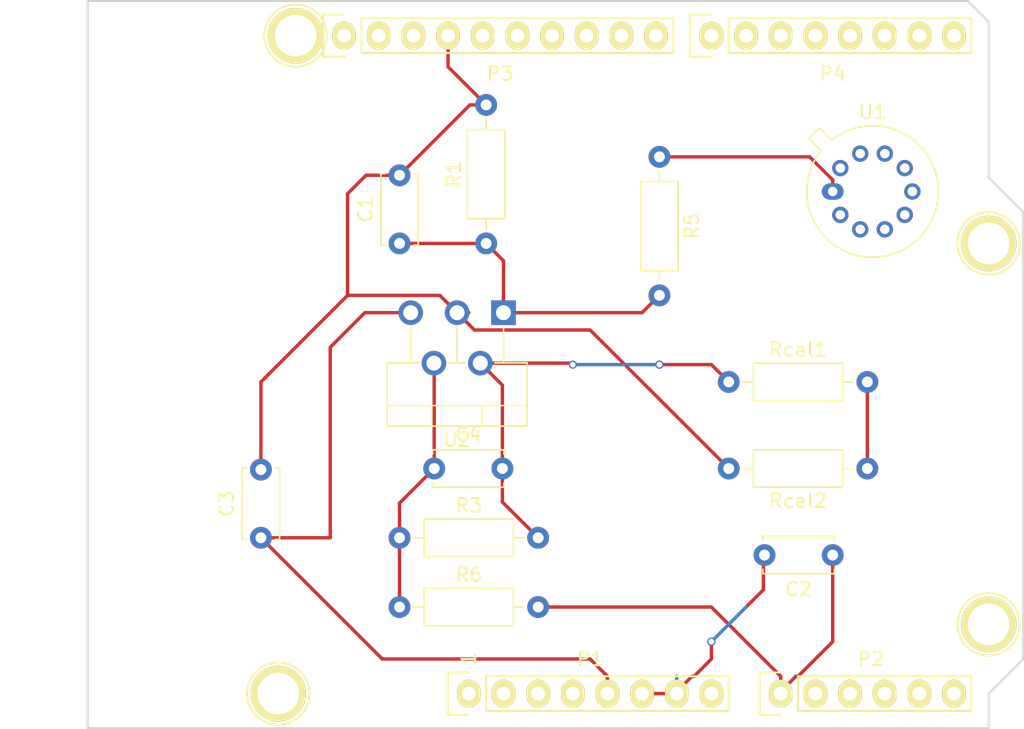
<source format=kicad_pcb>
(kicad_pcb (version 20171130) (host pcbnew 5.1.5-52549c5~84~ubuntu18.04.1)

  (general
    (thickness 1.6)
    (drawings 27)
    (tracks 75)
    (zones 0)
    (modules 20)
    (nets 8)
  )

  (page A4)
  (title_block
    (date "lun. 30 mars 2015")
  )

  (layers
    (0 F.Cu signal)
    (31 B.Cu signal)
    (32 B.Adhes user)
    (33 F.Adhes user)
    (34 B.Paste user)
    (35 F.Paste user)
    (36 B.SilkS user)
    (37 F.SilkS user)
    (38 B.Mask user)
    (39 F.Mask user)
    (40 Dwgs.User user)
    (41 Cmts.User user)
    (42 Eco1.User user)
    (43 Eco2.User user)
    (44 Edge.Cuts user)
    (45 Margin user)
    (46 B.CrtYd user)
    (47 F.CrtYd user)
    (48 B.Fab user)
    (49 F.Fab user)
  )

  (setup
    (last_trace_width 0.25)
    (user_trace_width 0.5)
    (trace_clearance 0.2)
    (zone_clearance 0.508)
    (zone_45_only no)
    (trace_min 0.2)
    (via_size 0.6)
    (via_drill 0.4)
    (via_min_size 0.4)
    (via_min_drill 0.3)
    (uvia_size 0.3)
    (uvia_drill 0.1)
    (uvias_allowed no)
    (uvia_min_size 0.2)
    (uvia_min_drill 0.1)
    (edge_width 0.15)
    (segment_width 0.15)
    (pcb_text_width 0.3)
    (pcb_text_size 1.5 1.5)
    (mod_edge_width 0.15)
    (mod_text_size 1 1)
    (mod_text_width 0.15)
    (pad_size 4.064 4.064)
    (pad_drill 3.048)
    (pad_to_mask_clearance 0)
    (aux_axis_origin 110.998 126.365)
    (grid_origin 110.998 126.365)
    (visible_elements FFFFFF7F)
    (pcbplotparams
      (layerselection 0x00030_80000001)
      (usegerberextensions false)
      (usegerberattributes false)
      (usegerberadvancedattributes false)
      (creategerberjobfile false)
      (excludeedgelayer true)
      (linewidth 0.100000)
      (plotframeref false)
      (viasonmask false)
      (mode 1)
      (useauxorigin false)
      (hpglpennumber 1)
      (hpglpenspeed 20)
      (hpglpendiameter 15.000000)
      (psnegative false)
      (psa4output false)
      (plotreference true)
      (plotvalue true)
      (plotinvisibletext false)
      (padsonsilk false)
      (subtractmaskfromsilk false)
      (outputformat 1)
      (mirror false)
      (drillshape 1)
      (scaleselection 1)
      (outputdirectory ""))
  )

  (net 0 "")
  (net 1 +5V)
  (net 2 GND)
  (net 3 "Net-(C1-Pad1)")
  (net 4 ANx.Arduino)
  (net 5 "Net-(C4-Pad2)")
  (net 6 "Net-(C4-Pad1)")
  (net 7 "Net-(Rcal1-Pad2)")

  (net_class Default "This is the default net class."
    (clearance 0.2)
    (trace_width 0.25)
    (via_dia 0.6)
    (via_drill 0.4)
    (uvia_dia 0.3)
    (uvia_drill 0.1)
    (add_net +5V)
    (add_net ANx.Arduino)
    (add_net GND)
    (add_net "Net-(C1-Pad1)")
    (add_net "Net-(C4-Pad1)")
    (add_net "Net-(C4-Pad2)")
    (add_net "Net-(Rcal1-Pad2)")
  )

  (module Package_TO_SOT_THT:TO-220-5_P3.4x3.7mm_StaggerOdd_Lead3.8mm_Vertical (layer F.Cu) (tedit 5AF05A31) (tstamp 5DF916F2)
    (at 141.478 95.885 180)
    (descr "TO-220-5, Vertical, RM 1.7mm, Pentawatt, Multiwatt-5, staggered type-1, see http://www.analog.com/media/en/package-pcb-resources/package/pkg_pdf/ltc-legacy-to-220/to-220_5_05-08-1421.pdf?domain=www.linear.com, https://www.diodes.com/assets/Package-Files/TO220-5.pdf")
    (tags "TO-220-5 Vertical RM 1.7mm Pentawatt Multiwatt-5 staggered type-1")
    (path /5DFE907D)
    (fp_text reference U2 (at 3.4 -9.32) (layer F.SilkS)
      (effects (font (size 1 1) (thickness 0.15)))
    )
    (fp_text value LM1875 (at 3.4 2.15) (layer F.Fab)
      (effects (font (size 1 1) (thickness 0.15)))
    )
    (fp_text user %R (at 3.4 -9.32) (layer F.Fab)
      (effects (font (size 1 1) (thickness 0.15)))
    )
    (fp_line (start 8.65 -8.45) (end -1.85 -8.45) (layer F.CrtYd) (width 0.05))
    (fp_line (start 8.65 1.15) (end 8.65 -8.45) (layer F.CrtYd) (width 0.05))
    (fp_line (start -1.85 1.15) (end 8.65 1.15) (layer F.CrtYd) (width 0.05))
    (fp_line (start -1.85 -8.45) (end -1.85 1.15) (layer F.CrtYd) (width 0.05))
    (fp_line (start 6.8 -3.679) (end 6.8 -1.065) (layer F.SilkS) (width 0.12))
    (fp_line (start 3.4 -3.679) (end 3.4 -1.065) (layer F.SilkS) (width 0.12))
    (fp_line (start 0 -3.679) (end 0 -1.049) (layer F.SilkS) (width 0.12))
    (fp_line (start 5.25 -8.32) (end 5.25 -6.811) (layer F.SilkS) (width 0.12))
    (fp_line (start 1.55 -8.32) (end 1.55 -6.811) (layer F.SilkS) (width 0.12))
    (fp_line (start -1.721 -6.811) (end 8.52 -6.811) (layer F.SilkS) (width 0.12))
    (fp_line (start 8.52 -8.32) (end 8.52 -3.679) (layer F.SilkS) (width 0.12))
    (fp_line (start -1.721 -8.32) (end -1.721 -3.679) (layer F.SilkS) (width 0.12))
    (fp_line (start 6.165 -3.679) (end 8.52 -3.679) (layer F.SilkS) (width 0.12))
    (fp_line (start 2.765 -3.679) (end 4.035 -3.679) (layer F.SilkS) (width 0.12))
    (fp_line (start -1.721 -3.679) (end 0.635 -3.679) (layer F.SilkS) (width 0.12))
    (fp_line (start -1.721 -8.32) (end 8.52 -8.32) (layer F.SilkS) (width 0.12))
    (fp_line (start 6.8 -3.8) (end 6.8 0) (layer F.Fab) (width 0.1))
    (fp_line (start 5.1 -3.8) (end 5.1 -3.7) (layer F.Fab) (width 0.1))
    (fp_line (start 3.4 -3.8) (end 3.4 0) (layer F.Fab) (width 0.1))
    (fp_line (start 1.7 -3.8) (end 1.7 -3.7) (layer F.Fab) (width 0.1))
    (fp_line (start 0 -3.8) (end 0 0) (layer F.Fab) (width 0.1))
    (fp_line (start 5.25 -8.2) (end 5.25 -6.93) (layer F.Fab) (width 0.1))
    (fp_line (start 1.55 -8.2) (end 1.55 -6.93) (layer F.Fab) (width 0.1))
    (fp_line (start -1.6 -6.93) (end 8.4 -6.93) (layer F.Fab) (width 0.1))
    (fp_line (start 8.4 -8.2) (end -1.6 -8.2) (layer F.Fab) (width 0.1))
    (fp_line (start 8.4 -3.8) (end 8.4 -8.2) (layer F.Fab) (width 0.1))
    (fp_line (start -1.6 -3.8) (end 8.4 -3.8) (layer F.Fab) (width 0.1))
    (fp_line (start -1.6 -8.2) (end -1.6 -3.8) (layer F.Fab) (width 0.1))
    (pad 5 thru_hole oval (at 6.8 0 180) (size 1.8 1.8) (drill 1.1) (layers *.Cu *.Mask)
      (net 1 +5V))
    (pad 4 thru_hole oval (at 5.1 -3.7 180) (size 1.8 1.8) (drill 1.1) (layers *.Cu *.Mask)
      (net 6 "Net-(C4-Pad1)"))
    (pad 3 thru_hole oval (at 3.4 0 180) (size 1.8 1.8) (drill 1.1) (layers *.Cu *.Mask)
      (net 2 GND))
    (pad 2 thru_hole oval (at 1.7 -3.7 180) (size 1.8 1.8) (drill 1.1) (layers *.Cu *.Mask)
      (net 5 "Net-(C4-Pad2)"))
    (pad 1 thru_hole rect (at 0 0 180) (size 1.8 1.8) (drill 1.1) (layers *.Cu *.Mask)
      (net 3 "Net-(C1-Pad1)"))
    (model ${KISYS3DMOD}/Package_TO_SOT_THT.3dshapes/TO-220-5_P3.4x3.7mm_StaggerOdd_Lead3.8mm_Vertical.wrl
      (at (xyz 0 0 0))
      (scale (xyz 1 1 1))
      (rotate (xyz 0 0 0))
    )
  )

  (module Package_TO_SOT_THT:TO-5-10 (layer F.Cu) (tedit 5A02FF81) (tstamp 5DF916CC)
    (at 165.608 86.995)
    (descr TO-5-10)
    (tags TO-5-10)
    (path /5DFA8349)
    (fp_text reference U1 (at 2.92 -5.82) (layer F.SilkS)
      (effects (font (size 1 1) (thickness 0.15)))
    )
    (fp_text value GasAIME (at 2.92 5.82) (layer F.Fab)
      (effects (font (size 1 1) (thickness 0.15)))
    )
    (fp_arc (start 2.92 0) (end -0.077084 -3.774902) (angle 346.9) (layer F.SilkS) (width 0.12))
    (fp_arc (start 2.92 0) (end -0.085408 -3.61352) (angle 349.5) (layer F.Fab) (width 0.1))
    (fp_circle (center 2.92 0) (end 7.17 0) (layer F.Fab) (width 0.1))
    (fp_line (start 7.87 -4.95) (end -2.04 -4.95) (layer F.CrtYd) (width 0.05))
    (fp_line (start 7.87 4.95) (end 7.87 -4.95) (layer F.CrtYd) (width 0.05))
    (fp_line (start -2.04 4.95) (end 7.87 4.95) (layer F.CrtYd) (width 0.05))
    (fp_line (start -2.04 -4.95) (end -2.04 4.95) (layer F.CrtYd) (width 0.05))
    (fp_line (start -1.745856 -3.888039) (end -0.854902 -2.997084) (layer F.SilkS) (width 0.12))
    (fp_line (start -0.968039 -4.665856) (end -1.745856 -3.888039) (layer F.SilkS) (width 0.12))
    (fp_line (start -0.077084 -3.774902) (end -0.968039 -4.665856) (layer F.SilkS) (width 0.12))
    (fp_line (start -1.499621 -3.81151) (end -0.69352 -3.005408) (layer F.Fab) (width 0.1))
    (fp_line (start -0.89151 -4.419621) (end -1.499621 -3.81151) (layer F.Fab) (width 0.1))
    (fp_line (start -0.085408 -3.61352) (end -0.89151 -4.419621) (layer F.Fab) (width 0.1))
    (fp_text user %R (at 2.92 -5.82) (layer F.Fab)
      (effects (font (size 1 1) (thickness 0.15)))
    )
    (pad 10 thru_hole oval (at 0.55767 -1.716333) (size 1.2 1.2) (drill 0.7) (layers *.Cu *.Mask))
    (pad 9 thru_hole oval (at 2.01767 -2.777085) (size 1.2 1.2) (drill 0.7) (layers *.Cu *.Mask))
    (pad 8 thru_hole oval (at 3.82233 -2.777085) (size 1.2 1.2) (drill 0.7) (layers *.Cu *.Mask))
    (pad 7 thru_hole oval (at 5.28233 -1.716333) (size 1.2 1.2) (drill 0.7) (layers *.Cu *.Mask))
    (pad 6 thru_hole oval (at 5.84 0) (size 1.2 1.2) (drill 0.7) (layers *.Cu *.Mask))
    (pad 5 thru_hole oval (at 5.28233 1.716333) (size 1.2 1.2) (drill 0.7) (layers *.Cu *.Mask))
    (pad 4 thru_hole oval (at 3.82233 2.777085) (size 1.2 1.2) (drill 0.7) (layers *.Cu *.Mask))
    (pad 3 thru_hole oval (at 2.01767 2.777085) (size 1.2 1.2) (drill 0.7) (layers *.Cu *.Mask))
    (pad 2 thru_hole oval (at 0.55767 1.716333) (size 1.2 1.2) (drill 0.7) (layers *.Cu *.Mask))
    (pad 1 thru_hole oval (at 0 0) (size 1.6 1.2) (drill 0.7) (layers *.Cu *.Mask))
    (model ${KISYS3DMOD}/Package_TO_SOT_THT.3dshapes/TO-5-10.wrl
      (at (xyz 0 0 0))
      (scale (xyz 1 1 1))
      (rotate (xyz 0 0 0))
    )
  )

  (module Resistor_THT:R_Axial_DIN0207_L6.3mm_D2.5mm_P10.16mm_Horizontal (layer F.Cu) (tedit 5AE5139B) (tstamp 5DF916B0)
    (at 168.148 107.315 180)
    (descr "Resistor, Axial_DIN0207 series, Axial, Horizontal, pin pitch=10.16mm, 0.25W = 1/4W, length*diameter=6.3*2.5mm^2, http://cdn-reichelt.de/documents/datenblatt/B400/1_4W%23YAG.pdf")
    (tags "Resistor Axial_DIN0207 series Axial Horizontal pin pitch 10.16mm 0.25W = 1/4W length 6.3mm diameter 2.5mm")
    (path /5DFEE007)
    (fp_text reference Rcal2 (at 5.08 -2.37) (layer F.SilkS)
      (effects (font (size 1 1) (thickness 0.15)))
    )
    (fp_text value 100k (at 5.08 2.37) (layer F.Fab)
      (effects (font (size 1 1) (thickness 0.15)))
    )
    (fp_text user %R (at 5.08 0) (layer F.Fab)
      (effects (font (size 1 1) (thickness 0.15)))
    )
    (fp_line (start 11.21 -1.5) (end -1.05 -1.5) (layer F.CrtYd) (width 0.05))
    (fp_line (start 11.21 1.5) (end 11.21 -1.5) (layer F.CrtYd) (width 0.05))
    (fp_line (start -1.05 1.5) (end 11.21 1.5) (layer F.CrtYd) (width 0.05))
    (fp_line (start -1.05 -1.5) (end -1.05 1.5) (layer F.CrtYd) (width 0.05))
    (fp_line (start 9.12 0) (end 8.35 0) (layer F.SilkS) (width 0.12))
    (fp_line (start 1.04 0) (end 1.81 0) (layer F.SilkS) (width 0.12))
    (fp_line (start 8.35 -1.37) (end 1.81 -1.37) (layer F.SilkS) (width 0.12))
    (fp_line (start 8.35 1.37) (end 8.35 -1.37) (layer F.SilkS) (width 0.12))
    (fp_line (start 1.81 1.37) (end 8.35 1.37) (layer F.SilkS) (width 0.12))
    (fp_line (start 1.81 -1.37) (end 1.81 1.37) (layer F.SilkS) (width 0.12))
    (fp_line (start 10.16 0) (end 8.23 0) (layer F.Fab) (width 0.1))
    (fp_line (start 0 0) (end 1.93 0) (layer F.Fab) (width 0.1))
    (fp_line (start 8.23 -1.25) (end 1.93 -1.25) (layer F.Fab) (width 0.1))
    (fp_line (start 8.23 1.25) (end 8.23 -1.25) (layer F.Fab) (width 0.1))
    (fp_line (start 1.93 1.25) (end 8.23 1.25) (layer F.Fab) (width 0.1))
    (fp_line (start 1.93 -1.25) (end 1.93 1.25) (layer F.Fab) (width 0.1))
    (pad 2 thru_hole oval (at 10.16 0 180) (size 1.6 1.6) (drill 0.8) (layers *.Cu *.Mask)
      (net 2 GND))
    (pad 1 thru_hole circle (at 0 0 180) (size 1.6 1.6) (drill 0.8) (layers *.Cu *.Mask)
      (net 7 "Net-(Rcal1-Pad2)"))
    (model ${KISYS3DMOD}/Resistor_THT.3dshapes/R_Axial_DIN0207_L6.3mm_D2.5mm_P10.16mm_Horizontal.wrl
      (at (xyz 0 0 0))
      (scale (xyz 1 1 1))
      (rotate (xyz 0 0 0))
    )
  )

  (module Resistor_THT:R_Axial_DIN0207_L6.3mm_D2.5mm_P10.16mm_Horizontal (layer F.Cu) (tedit 5AE5139B) (tstamp 5DF91699)
    (at 157.988 100.965)
    (descr "Resistor, Axial_DIN0207 series, Axial, Horizontal, pin pitch=10.16mm, 0.25W = 1/4W, length*diameter=6.3*2.5mm^2, http://cdn-reichelt.de/documents/datenblatt/B400/1_4W%23YAG.pdf")
    (tags "Resistor Axial_DIN0207 series Axial Horizontal pin pitch 10.16mm 0.25W = 1/4W length 6.3mm diameter 2.5mm")
    (path /5DFECC7C)
    (fp_text reference Rcal1 (at 5.08 -2.37) (layer F.SilkS)
      (effects (font (size 1 1) (thickness 0.15)))
    )
    (fp_text value 100k (at 5.08 2.37) (layer F.Fab)
      (effects (font (size 1 1) (thickness 0.15)))
    )
    (fp_text user %R (at 5.08 0 180) (layer F.Fab)
      (effects (font (size 1 1) (thickness 0.15)))
    )
    (fp_line (start 11.21 -1.5) (end -1.05 -1.5) (layer F.CrtYd) (width 0.05))
    (fp_line (start 11.21 1.5) (end 11.21 -1.5) (layer F.CrtYd) (width 0.05))
    (fp_line (start -1.05 1.5) (end 11.21 1.5) (layer F.CrtYd) (width 0.05))
    (fp_line (start -1.05 -1.5) (end -1.05 1.5) (layer F.CrtYd) (width 0.05))
    (fp_line (start 9.12 0) (end 8.35 0) (layer F.SilkS) (width 0.12))
    (fp_line (start 1.04 0) (end 1.81 0) (layer F.SilkS) (width 0.12))
    (fp_line (start 8.35 -1.37) (end 1.81 -1.37) (layer F.SilkS) (width 0.12))
    (fp_line (start 8.35 1.37) (end 8.35 -1.37) (layer F.SilkS) (width 0.12))
    (fp_line (start 1.81 1.37) (end 8.35 1.37) (layer F.SilkS) (width 0.12))
    (fp_line (start 1.81 -1.37) (end 1.81 1.37) (layer F.SilkS) (width 0.12))
    (fp_line (start 10.16 0) (end 8.23 0) (layer F.Fab) (width 0.1))
    (fp_line (start 0 0) (end 1.93 0) (layer F.Fab) (width 0.1))
    (fp_line (start 8.23 -1.25) (end 1.93 -1.25) (layer F.Fab) (width 0.1))
    (fp_line (start 8.23 1.25) (end 8.23 -1.25) (layer F.Fab) (width 0.1))
    (fp_line (start 1.93 1.25) (end 8.23 1.25) (layer F.Fab) (width 0.1))
    (fp_line (start 1.93 -1.25) (end 1.93 1.25) (layer F.Fab) (width 0.1))
    (pad 2 thru_hole oval (at 10.16 0) (size 1.6 1.6) (drill 0.8) (layers *.Cu *.Mask)
      (net 7 "Net-(Rcal1-Pad2)"))
    (pad 1 thru_hole circle (at 0 0) (size 1.6 1.6) (drill 0.8) (layers *.Cu *.Mask)
      (net 5 "Net-(C4-Pad2)"))
    (model ${KISYS3DMOD}/Resistor_THT.3dshapes/R_Axial_DIN0207_L6.3mm_D2.5mm_P10.16mm_Horizontal.wrl
      (at (xyz 0 0 0))
      (scale (xyz 1 1 1))
      (rotate (xyz 0 0 0))
    )
  )

  (module Resistor_THT:R_Axial_DIN0207_L6.3mm_D2.5mm_P10.16mm_Horizontal (layer F.Cu) (tedit 5AE5139B) (tstamp 5DF91682)
    (at 133.858 117.475)
    (descr "Resistor, Axial_DIN0207 series, Axial, Horizontal, pin pitch=10.16mm, 0.25W = 1/4W, length*diameter=6.3*2.5mm^2, http://cdn-reichelt.de/documents/datenblatt/B400/1_4W%23YAG.pdf")
    (tags "Resistor Axial_DIN0207 series Axial Horizontal pin pitch 10.16mm 0.25W = 1/4W length 6.3mm diameter 2.5mm")
    (path /5E0295B3)
    (fp_text reference R6 (at 5.08 -2.37) (layer F.SilkS)
      (effects (font (size 1 1) (thickness 0.15)))
    )
    (fp_text value 1k (at 5.08 2.37) (layer F.Fab)
      (effects (font (size 1 1) (thickness 0.15)))
    )
    (fp_text user %R (at 5.08 0) (layer F.Fab)
      (effects (font (size 1 1) (thickness 0.15)))
    )
    (fp_line (start 11.21 -1.5) (end -1.05 -1.5) (layer F.CrtYd) (width 0.05))
    (fp_line (start 11.21 1.5) (end 11.21 -1.5) (layer F.CrtYd) (width 0.05))
    (fp_line (start -1.05 1.5) (end 11.21 1.5) (layer F.CrtYd) (width 0.05))
    (fp_line (start -1.05 -1.5) (end -1.05 1.5) (layer F.CrtYd) (width 0.05))
    (fp_line (start 9.12 0) (end 8.35 0) (layer F.SilkS) (width 0.12))
    (fp_line (start 1.04 0) (end 1.81 0) (layer F.SilkS) (width 0.12))
    (fp_line (start 8.35 -1.37) (end 1.81 -1.37) (layer F.SilkS) (width 0.12))
    (fp_line (start 8.35 1.37) (end 8.35 -1.37) (layer F.SilkS) (width 0.12))
    (fp_line (start 1.81 1.37) (end 8.35 1.37) (layer F.SilkS) (width 0.12))
    (fp_line (start 1.81 -1.37) (end 1.81 1.37) (layer F.SilkS) (width 0.12))
    (fp_line (start 10.16 0) (end 8.23 0) (layer F.Fab) (width 0.1))
    (fp_line (start 0 0) (end 1.93 0) (layer F.Fab) (width 0.1))
    (fp_line (start 8.23 -1.25) (end 1.93 -1.25) (layer F.Fab) (width 0.1))
    (fp_line (start 8.23 1.25) (end 8.23 -1.25) (layer F.Fab) (width 0.1))
    (fp_line (start 1.93 1.25) (end 8.23 1.25) (layer F.Fab) (width 0.1))
    (fp_line (start 1.93 -1.25) (end 1.93 1.25) (layer F.Fab) (width 0.1))
    (pad 2 thru_hole oval (at 10.16 0) (size 1.6 1.6) (drill 0.8) (layers *.Cu *.Mask)
      (net 4 ANx.Arduino))
    (pad 1 thru_hole circle (at 0 0) (size 1.6 1.6) (drill 0.8) (layers *.Cu *.Mask)
      (net 6 "Net-(C4-Pad1)"))
    (model ${KISYS3DMOD}/Resistor_THT.3dshapes/R_Axial_DIN0207_L6.3mm_D2.5mm_P10.16mm_Horizontal.wrl
      (at (xyz 0 0 0))
      (scale (xyz 1 1 1))
      (rotate (xyz 0 0 0))
    )
  )

  (module Resistor_THT:R_Axial_DIN0207_L6.3mm_D2.5mm_P10.16mm_Horizontal (layer F.Cu) (tedit 5AE5139B) (tstamp 5DF9166B)
    (at 152.908 84.455 270)
    (descr "Resistor, Axial_DIN0207 series, Axial, Horizontal, pin pitch=10.16mm, 0.25W = 1/4W, length*diameter=6.3*2.5mm^2, http://cdn-reichelt.de/documents/datenblatt/B400/1_4W%23YAG.pdf")
    (tags "Resistor Axial_DIN0207 series Axial Horizontal pin pitch 10.16mm 0.25W = 1/4W length 6.3mm diameter 2.5mm")
    (path /5DFFBD6E)
    (fp_text reference R5 (at 5.08 -2.37 90) (layer F.SilkS)
      (effects (font (size 1 1) (thickness 0.15)))
    )
    (fp_text value 10k (at 5.08 2.37 90) (layer F.Fab)
      (effects (font (size 1 1) (thickness 0.15)))
    )
    (fp_text user %R (at 5.08 0 90) (layer F.Fab)
      (effects (font (size 1 1) (thickness 0.15)))
    )
    (fp_line (start 11.21 -1.5) (end -1.05 -1.5) (layer F.CrtYd) (width 0.05))
    (fp_line (start 11.21 1.5) (end 11.21 -1.5) (layer F.CrtYd) (width 0.05))
    (fp_line (start -1.05 1.5) (end 11.21 1.5) (layer F.CrtYd) (width 0.05))
    (fp_line (start -1.05 -1.5) (end -1.05 1.5) (layer F.CrtYd) (width 0.05))
    (fp_line (start 9.12 0) (end 8.35 0) (layer F.SilkS) (width 0.12))
    (fp_line (start 1.04 0) (end 1.81 0) (layer F.SilkS) (width 0.12))
    (fp_line (start 8.35 -1.37) (end 1.81 -1.37) (layer F.SilkS) (width 0.12))
    (fp_line (start 8.35 1.37) (end 8.35 -1.37) (layer F.SilkS) (width 0.12))
    (fp_line (start 1.81 1.37) (end 8.35 1.37) (layer F.SilkS) (width 0.12))
    (fp_line (start 1.81 -1.37) (end 1.81 1.37) (layer F.SilkS) (width 0.12))
    (fp_line (start 10.16 0) (end 8.23 0) (layer F.Fab) (width 0.1))
    (fp_line (start 0 0) (end 1.93 0) (layer F.Fab) (width 0.1))
    (fp_line (start 8.23 -1.25) (end 1.93 -1.25) (layer F.Fab) (width 0.1))
    (fp_line (start 8.23 1.25) (end 8.23 -1.25) (layer F.Fab) (width 0.1))
    (fp_line (start 1.93 1.25) (end 8.23 1.25) (layer F.Fab) (width 0.1))
    (fp_line (start 1.93 -1.25) (end 1.93 1.25) (layer F.Fab) (width 0.1))
    (pad 2 thru_hole oval (at 10.16 0 270) (size 1.6 1.6) (drill 0.8) (layers *.Cu *.Mask)
      (net 3 "Net-(C1-Pad1)"))
    (pad 1 thru_hole circle (at 0 0 270) (size 1.6 1.6) (drill 0.8) (layers *.Cu *.Mask))
    (model ${KISYS3DMOD}/Resistor_THT.3dshapes/R_Axial_DIN0207_L6.3mm_D2.5mm_P10.16mm_Horizontal.wrl
      (at (xyz 0 0 0))
      (scale (xyz 1 1 1))
      (rotate (xyz 0 0 0))
    )
  )

  (module Resistor_THT:R_Axial_DIN0207_L6.3mm_D2.5mm_P10.16mm_Horizontal (layer F.Cu) (tedit 5AE5139B) (tstamp 5DF91654)
    (at 133.858 112.395)
    (descr "Resistor, Axial_DIN0207 series, Axial, Horizontal, pin pitch=10.16mm, 0.25W = 1/4W, length*diameter=6.3*2.5mm^2, http://cdn-reichelt.de/documents/datenblatt/B400/1_4W%23YAG.pdf")
    (tags "Resistor Axial_DIN0207 series Axial Horizontal pin pitch 10.16mm 0.25W = 1/4W length 6.3mm diameter 2.5mm")
    (path /5DFEA620)
    (fp_text reference R3 (at 5.08 -2.37) (layer F.SilkS)
      (effects (font (size 1 1) (thickness 0.15)))
    )
    (fp_text value 100k (at 5.08 2.37) (layer F.Fab)
      (effects (font (size 1 1) (thickness 0.15)))
    )
    (fp_text user %R (at 5.08 0) (layer F.Fab)
      (effects (font (size 1 1) (thickness 0.15)))
    )
    (fp_line (start 11.21 -1.5) (end -1.05 -1.5) (layer F.CrtYd) (width 0.05))
    (fp_line (start 11.21 1.5) (end 11.21 -1.5) (layer F.CrtYd) (width 0.05))
    (fp_line (start -1.05 1.5) (end 11.21 1.5) (layer F.CrtYd) (width 0.05))
    (fp_line (start -1.05 -1.5) (end -1.05 1.5) (layer F.CrtYd) (width 0.05))
    (fp_line (start 9.12 0) (end 8.35 0) (layer F.SilkS) (width 0.12))
    (fp_line (start 1.04 0) (end 1.81 0) (layer F.SilkS) (width 0.12))
    (fp_line (start 8.35 -1.37) (end 1.81 -1.37) (layer F.SilkS) (width 0.12))
    (fp_line (start 8.35 1.37) (end 8.35 -1.37) (layer F.SilkS) (width 0.12))
    (fp_line (start 1.81 1.37) (end 8.35 1.37) (layer F.SilkS) (width 0.12))
    (fp_line (start 1.81 -1.37) (end 1.81 1.37) (layer F.SilkS) (width 0.12))
    (fp_line (start 10.16 0) (end 8.23 0) (layer F.Fab) (width 0.1))
    (fp_line (start 0 0) (end 1.93 0) (layer F.Fab) (width 0.1))
    (fp_line (start 8.23 -1.25) (end 1.93 -1.25) (layer F.Fab) (width 0.1))
    (fp_line (start 8.23 1.25) (end 8.23 -1.25) (layer F.Fab) (width 0.1))
    (fp_line (start 1.93 1.25) (end 8.23 1.25) (layer F.Fab) (width 0.1))
    (fp_line (start 1.93 -1.25) (end 1.93 1.25) (layer F.Fab) (width 0.1))
    (pad 2 thru_hole oval (at 10.16 0) (size 1.6 1.6) (drill 0.8) (layers *.Cu *.Mask)
      (net 5 "Net-(C4-Pad2)"))
    (pad 1 thru_hole circle (at 0 0) (size 1.6 1.6) (drill 0.8) (layers *.Cu *.Mask)
      (net 6 "Net-(C4-Pad1)"))
    (model ${KISYS3DMOD}/Resistor_THT.3dshapes/R_Axial_DIN0207_L6.3mm_D2.5mm_P10.16mm_Horizontal.wrl
      (at (xyz 0 0 0))
      (scale (xyz 1 1 1))
      (rotate (xyz 0 0 0))
    )
  )

  (module Resistor_THT:R_Axial_DIN0207_L6.3mm_D2.5mm_P10.16mm_Horizontal (layer F.Cu) (tedit 5AE5139B) (tstamp 5DF9163D)
    (at 140.208 90.805 90)
    (descr "Resistor, Axial_DIN0207 series, Axial, Horizontal, pin pitch=10.16mm, 0.25W = 1/4W, length*diameter=6.3*2.5mm^2, http://cdn-reichelt.de/documents/datenblatt/B400/1_4W%23YAG.pdf")
    (tags "Resistor Axial_DIN0207 series Axial Horizontal pin pitch 10.16mm 0.25W = 1/4W length 6.3mm diameter 2.5mm")
    (path /5E004A85)
    (fp_text reference R1 (at 5.08 -2.37 90) (layer F.SilkS)
      (effects (font (size 1 1) (thickness 0.15)))
    )
    (fp_text value 100k (at 5.08 2.37 90) (layer F.Fab)
      (effects (font (size 1 1) (thickness 0.15)))
    )
    (fp_text user %R (at 5.08 0 90) (layer F.Fab)
      (effects (font (size 1 1) (thickness 0.15)))
    )
    (fp_line (start 11.21 -1.5) (end -1.05 -1.5) (layer F.CrtYd) (width 0.05))
    (fp_line (start 11.21 1.5) (end 11.21 -1.5) (layer F.CrtYd) (width 0.05))
    (fp_line (start -1.05 1.5) (end 11.21 1.5) (layer F.CrtYd) (width 0.05))
    (fp_line (start -1.05 -1.5) (end -1.05 1.5) (layer F.CrtYd) (width 0.05))
    (fp_line (start 9.12 0) (end 8.35 0) (layer F.SilkS) (width 0.12))
    (fp_line (start 1.04 0) (end 1.81 0) (layer F.SilkS) (width 0.12))
    (fp_line (start 8.35 -1.37) (end 1.81 -1.37) (layer F.SilkS) (width 0.12))
    (fp_line (start 8.35 1.37) (end 8.35 -1.37) (layer F.SilkS) (width 0.12))
    (fp_line (start 1.81 1.37) (end 8.35 1.37) (layer F.SilkS) (width 0.12))
    (fp_line (start 1.81 -1.37) (end 1.81 1.37) (layer F.SilkS) (width 0.12))
    (fp_line (start 10.16 0) (end 8.23 0) (layer F.Fab) (width 0.1))
    (fp_line (start 0 0) (end 1.93 0) (layer F.Fab) (width 0.1))
    (fp_line (start 8.23 -1.25) (end 1.93 -1.25) (layer F.Fab) (width 0.1))
    (fp_line (start 8.23 1.25) (end 8.23 -1.25) (layer F.Fab) (width 0.1))
    (fp_line (start 1.93 1.25) (end 8.23 1.25) (layer F.Fab) (width 0.1))
    (fp_line (start 1.93 -1.25) (end 1.93 1.25) (layer F.Fab) (width 0.1))
    (pad 2 thru_hole oval (at 10.16 0 90) (size 1.6 1.6) (drill 0.8) (layers *.Cu *.Mask)
      (net 2 GND))
    (pad 1 thru_hole circle (at 0 0 90) (size 1.6 1.6) (drill 0.8) (layers *.Cu *.Mask)
      (net 3 "Net-(C1-Pad1)"))
    (model ${KISYS3DMOD}/Resistor_THT.3dshapes/R_Axial_DIN0207_L6.3mm_D2.5mm_P10.16mm_Horizontal.wrl
      (at (xyz 0 0 0))
      (scale (xyz 1 1 1))
      (rotate (xyz 0 0 0))
    )
  )

  (module Capacitor_THT:C_Disc_D5.0mm_W2.5mm_P5.00mm (layer F.Cu) (tedit 5AE50EF0) (tstamp 5DF9154E)
    (at 136.398 107.315)
    (descr "C, Disc series, Radial, pin pitch=5.00mm, , diameter*width=5*2.5mm^2, Capacitor, http://cdn-reichelt.de/documents/datenblatt/B300/DS_KERKO_TC.pdf")
    (tags "C Disc series Radial pin pitch 5.00mm  diameter 5mm width 2.5mm Capacitor")
    (path /5E022C82)
    (fp_text reference C4 (at 2.5 -2.5) (layer F.SilkS)
      (effects (font (size 1 1) (thickness 0.15)))
    )
    (fp_text value 1u (at 2.5 2.5) (layer F.Fab)
      (effects (font (size 1 1) (thickness 0.15)))
    )
    (fp_text user %R (at 2.5 0) (layer F.Fab)
      (effects (font (size 1 1) (thickness 0.15)))
    )
    (fp_line (start 6.05 -1.5) (end -1.05 -1.5) (layer F.CrtYd) (width 0.05))
    (fp_line (start 6.05 1.5) (end 6.05 -1.5) (layer F.CrtYd) (width 0.05))
    (fp_line (start -1.05 1.5) (end 6.05 1.5) (layer F.CrtYd) (width 0.05))
    (fp_line (start -1.05 -1.5) (end -1.05 1.5) (layer F.CrtYd) (width 0.05))
    (fp_line (start 5.12 1.055) (end 5.12 1.37) (layer F.SilkS) (width 0.12))
    (fp_line (start 5.12 -1.37) (end 5.12 -1.055) (layer F.SilkS) (width 0.12))
    (fp_line (start -0.12 1.055) (end -0.12 1.37) (layer F.SilkS) (width 0.12))
    (fp_line (start -0.12 -1.37) (end -0.12 -1.055) (layer F.SilkS) (width 0.12))
    (fp_line (start -0.12 1.37) (end 5.12 1.37) (layer F.SilkS) (width 0.12))
    (fp_line (start -0.12 -1.37) (end 5.12 -1.37) (layer F.SilkS) (width 0.12))
    (fp_line (start 5 -1.25) (end 0 -1.25) (layer F.Fab) (width 0.1))
    (fp_line (start 5 1.25) (end 5 -1.25) (layer F.Fab) (width 0.1))
    (fp_line (start 0 1.25) (end 5 1.25) (layer F.Fab) (width 0.1))
    (fp_line (start 0 -1.25) (end 0 1.25) (layer F.Fab) (width 0.1))
    (pad 2 thru_hole circle (at 5 0) (size 1.6 1.6) (drill 0.8) (layers *.Cu *.Mask)
      (net 5 "Net-(C4-Pad2)"))
    (pad 1 thru_hole circle (at 0 0) (size 1.6 1.6) (drill 0.8) (layers *.Cu *.Mask)
      (net 6 "Net-(C4-Pad1)"))
    (model ${KISYS3DMOD}/Capacitor_THT.3dshapes/C_Disc_D5.0mm_W2.5mm_P5.00mm.wrl
      (at (xyz 0 0 0))
      (scale (xyz 1 1 1))
      (rotate (xyz 0 0 0))
    )
  )

  (module Capacitor_THT:C_Disc_D5.0mm_W2.5mm_P5.00mm (layer F.Cu) (tedit 5AE50EF0) (tstamp 5DF91539)
    (at 123.698 112.395 90)
    (descr "C, Disc series, Radial, pin pitch=5.00mm, , diameter*width=5*2.5mm^2, Capacitor, http://cdn-reichelt.de/documents/datenblatt/B300/DS_KERKO_TC.pdf")
    (tags "C Disc series Radial pin pitch 5.00mm  diameter 5mm width 2.5mm Capacitor")
    (path /5E03CE98)
    (fp_text reference C3 (at 2.5 -2.5 90) (layer F.SilkS)
      (effects (font (size 1 1) (thickness 0.15)))
    )
    (fp_text value 100n (at 2.5 2.5 90) (layer F.Fab)
      (effects (font (size 1 1) (thickness 0.15)))
    )
    (fp_text user %R (at 2.5 0 90) (layer F.Fab)
      (effects (font (size 1 1) (thickness 0.15)))
    )
    (fp_line (start 6.05 -1.5) (end -1.05 -1.5) (layer F.CrtYd) (width 0.05))
    (fp_line (start 6.05 1.5) (end 6.05 -1.5) (layer F.CrtYd) (width 0.05))
    (fp_line (start -1.05 1.5) (end 6.05 1.5) (layer F.CrtYd) (width 0.05))
    (fp_line (start -1.05 -1.5) (end -1.05 1.5) (layer F.CrtYd) (width 0.05))
    (fp_line (start 5.12 1.055) (end 5.12 1.37) (layer F.SilkS) (width 0.12))
    (fp_line (start 5.12 -1.37) (end 5.12 -1.055) (layer F.SilkS) (width 0.12))
    (fp_line (start -0.12 1.055) (end -0.12 1.37) (layer F.SilkS) (width 0.12))
    (fp_line (start -0.12 -1.37) (end -0.12 -1.055) (layer F.SilkS) (width 0.12))
    (fp_line (start -0.12 1.37) (end 5.12 1.37) (layer F.SilkS) (width 0.12))
    (fp_line (start -0.12 -1.37) (end 5.12 -1.37) (layer F.SilkS) (width 0.12))
    (fp_line (start 5 -1.25) (end 0 -1.25) (layer F.Fab) (width 0.1))
    (fp_line (start 5 1.25) (end 5 -1.25) (layer F.Fab) (width 0.1))
    (fp_line (start 0 1.25) (end 5 1.25) (layer F.Fab) (width 0.1))
    (fp_line (start 0 -1.25) (end 0 1.25) (layer F.Fab) (width 0.1))
    (pad 2 thru_hole circle (at 5 0 90) (size 1.6 1.6) (drill 0.8) (layers *.Cu *.Mask)
      (net 2 GND))
    (pad 1 thru_hole circle (at 0 0 90) (size 1.6 1.6) (drill 0.8) (layers *.Cu *.Mask)
      (net 1 +5V))
    (model ${KISYS3DMOD}/Capacitor_THT.3dshapes/C_Disc_D5.0mm_W2.5mm_P5.00mm.wrl
      (at (xyz 0 0 0))
      (scale (xyz 1 1 1))
      (rotate (xyz 0 0 0))
    )
  )

  (module Capacitor_THT:C_Disc_D5.0mm_W2.5mm_P5.00mm (layer F.Cu) (tedit 5AE50EF0) (tstamp 5E1365EA)
    (at 165.608 113.665 180)
    (descr "C, Disc series, Radial, pin pitch=5.00mm, , diameter*width=5*2.5mm^2, Capacitor, http://cdn-reichelt.de/documents/datenblatt/B300/DS_KERKO_TC.pdf")
    (tags "C Disc series Radial pin pitch 5.00mm  diameter 5mm width 2.5mm Capacitor")
    (path /5E030CBC)
    (fp_text reference C2 (at 2.5 -2.5) (layer F.SilkS)
      (effects (font (size 1 1) (thickness 0.15)))
    )
    (fp_text value 100n (at 2.5 2.5) (layer F.Fab)
      (effects (font (size 1 1) (thickness 0.15)))
    )
    (fp_text user %R (at 2.5 0) (layer F.Fab)
      (effects (font (size 1 1) (thickness 0.15)))
    )
    (fp_line (start 6.05 -1.5) (end -1.05 -1.5) (layer F.CrtYd) (width 0.05))
    (fp_line (start 6.05 1.5) (end 6.05 -1.5) (layer F.CrtYd) (width 0.05))
    (fp_line (start -1.05 1.5) (end 6.05 1.5) (layer F.CrtYd) (width 0.05))
    (fp_line (start -1.05 -1.5) (end -1.05 1.5) (layer F.CrtYd) (width 0.05))
    (fp_line (start 5.12 1.055) (end 5.12 1.37) (layer F.SilkS) (width 0.12))
    (fp_line (start 5.12 -1.37) (end 5.12 -1.055) (layer F.SilkS) (width 0.12))
    (fp_line (start -0.12 1.055) (end -0.12 1.37) (layer F.SilkS) (width 0.12))
    (fp_line (start -0.12 -1.37) (end -0.12 -1.055) (layer F.SilkS) (width 0.12))
    (fp_line (start -0.12 1.37) (end 5.12 1.37) (layer F.SilkS) (width 0.12))
    (fp_line (start -0.12 -1.37) (end 5.12 -1.37) (layer F.SilkS) (width 0.12))
    (fp_line (start 5 -1.25) (end 0 -1.25) (layer F.Fab) (width 0.1))
    (fp_line (start 5 1.25) (end 5 -1.25) (layer F.Fab) (width 0.1))
    (fp_line (start 0 1.25) (end 5 1.25) (layer F.Fab) (width 0.1))
    (fp_line (start 0 -1.25) (end 0 1.25) (layer F.Fab) (width 0.1))
    (pad 2 thru_hole circle (at 5 0 180) (size 1.6 1.6) (drill 0.8) (layers *.Cu *.Mask)
      (net 2 GND))
    (pad 1 thru_hole circle (at 0 0 180) (size 1.6 1.6) (drill 0.8) (layers *.Cu *.Mask)
      (net 4 ANx.Arduino))
    (model ${KISYS3DMOD}/Capacitor_THT.3dshapes/C_Disc_D5.0mm_W2.5mm_P5.00mm.wrl
      (at (xyz 0 0 0))
      (scale (xyz 1 1 1))
      (rotate (xyz 0 0 0))
    )
  )

  (module Capacitor_THT:C_Disc_D5.0mm_W2.5mm_P5.00mm (layer F.Cu) (tedit 5AE50EF0) (tstamp 5DF9150F)
    (at 133.858 90.805 90)
    (descr "C, Disc series, Radial, pin pitch=5.00mm, , diameter*width=5*2.5mm^2, Capacitor, http://cdn-reichelt.de/documents/datenblatt/B300/DS_KERKO_TC.pdf")
    (tags "C Disc series Radial pin pitch 5.00mm  diameter 5mm width 2.5mm Capacitor")
    (path /5E00EC1B)
    (fp_text reference C1 (at 2.5 -2.5 90) (layer F.SilkS)
      (effects (font (size 1 1) (thickness 0.15)))
    )
    (fp_text value 100n (at 2.5 2.5 90) (layer F.Fab)
      (effects (font (size 1 1) (thickness 0.15)))
    )
    (fp_text user %R (at 2.5 0 90) (layer F.Fab)
      (effects (font (size 1 1) (thickness 0.15)))
    )
    (fp_line (start 6.05 -1.5) (end -1.05 -1.5) (layer F.CrtYd) (width 0.05))
    (fp_line (start 6.05 1.5) (end 6.05 -1.5) (layer F.CrtYd) (width 0.05))
    (fp_line (start -1.05 1.5) (end 6.05 1.5) (layer F.CrtYd) (width 0.05))
    (fp_line (start -1.05 -1.5) (end -1.05 1.5) (layer F.CrtYd) (width 0.05))
    (fp_line (start 5.12 1.055) (end 5.12 1.37) (layer F.SilkS) (width 0.12))
    (fp_line (start 5.12 -1.37) (end 5.12 -1.055) (layer F.SilkS) (width 0.12))
    (fp_line (start -0.12 1.055) (end -0.12 1.37) (layer F.SilkS) (width 0.12))
    (fp_line (start -0.12 -1.37) (end -0.12 -1.055) (layer F.SilkS) (width 0.12))
    (fp_line (start -0.12 1.37) (end 5.12 1.37) (layer F.SilkS) (width 0.12))
    (fp_line (start -0.12 -1.37) (end 5.12 -1.37) (layer F.SilkS) (width 0.12))
    (fp_line (start 5 -1.25) (end 0 -1.25) (layer F.Fab) (width 0.1))
    (fp_line (start 5 1.25) (end 5 -1.25) (layer F.Fab) (width 0.1))
    (fp_line (start 0 1.25) (end 5 1.25) (layer F.Fab) (width 0.1))
    (fp_line (start 0 -1.25) (end 0 1.25) (layer F.Fab) (width 0.1))
    (pad 2 thru_hole circle (at 5 0 90) (size 1.6 1.6) (drill 0.8) (layers *.Cu *.Mask)
      (net 2 GND))
    (pad 1 thru_hole circle (at 0 0 90) (size 1.6 1.6) (drill 0.8) (layers *.Cu *.Mask)
      (net 3 "Net-(C1-Pad1)"))
    (model ${KISYS3DMOD}/Capacitor_THT.3dshapes/C_Disc_D5.0mm_W2.5mm_P5.00mm.wrl
      (at (xyz 0 0 0))
      (scale (xyz 1 1 1))
      (rotate (xyz 0 0 0))
    )
  )

  (module Socket_Arduino_Uno:Socket_Strip_Arduino_1x08 locked (layer F.Cu) (tedit 552168D2) (tstamp 551AF9EA)
    (at 138.938 123.825)
    (descr "Through hole socket strip")
    (tags "socket strip")
    (path /56D70129)
    (fp_text reference P1 (at 8.89 -2.54) (layer F.SilkS)
      (effects (font (size 1 1) (thickness 0.15)))
    )
    (fp_text value Power (at 8.89 -4.064) (layer F.Fab)
      (effects (font (size 1 1) (thickness 0.15)))
    )
    (fp_line (start -1.75 -1.75) (end -1.75 1.75) (layer F.CrtYd) (width 0.05))
    (fp_line (start 19.55 -1.75) (end 19.55 1.75) (layer F.CrtYd) (width 0.05))
    (fp_line (start -1.75 -1.75) (end 19.55 -1.75) (layer F.CrtYd) (width 0.05))
    (fp_line (start -1.75 1.75) (end 19.55 1.75) (layer F.CrtYd) (width 0.05))
    (fp_line (start 1.27 1.27) (end 19.05 1.27) (layer F.SilkS) (width 0.15))
    (fp_line (start 19.05 1.27) (end 19.05 -1.27) (layer F.SilkS) (width 0.15))
    (fp_line (start 19.05 -1.27) (end 1.27 -1.27) (layer F.SilkS) (width 0.15))
    (fp_line (start -1.55 1.55) (end 0 1.55) (layer F.SilkS) (width 0.15))
    (fp_line (start 1.27 1.27) (end 1.27 -1.27) (layer F.SilkS) (width 0.15))
    (fp_line (start 0 -1.55) (end -1.55 -1.55) (layer F.SilkS) (width 0.15))
    (fp_line (start -1.55 -1.55) (end -1.55 1.55) (layer F.SilkS) (width 0.15))
    (pad 1 thru_hole oval (at 0 0) (size 1.7272 2.032) (drill 1.016) (layers *.Cu *.Mask F.SilkS))
    (pad 2 thru_hole oval (at 2.54 0) (size 1.7272 2.032) (drill 1.016) (layers *.Cu *.Mask F.SilkS))
    (pad 3 thru_hole oval (at 5.08 0) (size 1.7272 2.032) (drill 1.016) (layers *.Cu *.Mask F.SilkS))
    (pad 4 thru_hole oval (at 7.62 0) (size 1.7272 2.032) (drill 1.016) (layers *.Cu *.Mask F.SilkS))
    (pad 5 thru_hole oval (at 10.16 0) (size 1.7272 2.032) (drill 1.016) (layers *.Cu *.Mask F.SilkS)
      (net 1 +5V))
    (pad 6 thru_hole oval (at 12.7 0) (size 1.7272 2.032) (drill 1.016) (layers *.Cu *.Mask F.SilkS)
      (net 2 GND))
    (pad 7 thru_hole oval (at 15.24 0) (size 1.7272 2.032) (drill 1.016) (layers *.Cu *.Mask F.SilkS)
      (net 2 GND))
    (pad 8 thru_hole oval (at 17.78 0) (size 1.7272 2.032) (drill 1.016) (layers *.Cu *.Mask F.SilkS))
    (model ${KIPRJMOD}/Socket_Arduino_Uno.3dshapes/Socket_header_Arduino_1x08.wrl
      (offset (xyz 8.889999866485596 0 0))
      (scale (xyz 1 1 1))
      (rotate (xyz 0 0 180))
    )
  )

  (module Socket_Arduino_Uno:Socket_Strip_Arduino_1x06 locked (layer F.Cu) (tedit 552168D6) (tstamp 551AF9FF)
    (at 161.798 123.825)
    (descr "Through hole socket strip")
    (tags "socket strip")
    (path /56D70DD8)
    (fp_text reference P2 (at 6.604 -2.54) (layer F.SilkS)
      (effects (font (size 1 1) (thickness 0.15)))
    )
    (fp_text value Analog (at 6.604 -4.064) (layer F.Fab)
      (effects (font (size 1 1) (thickness 0.15)))
    )
    (fp_line (start -1.75 -1.75) (end -1.75 1.75) (layer F.CrtYd) (width 0.05))
    (fp_line (start 14.45 -1.75) (end 14.45 1.75) (layer F.CrtYd) (width 0.05))
    (fp_line (start -1.75 -1.75) (end 14.45 -1.75) (layer F.CrtYd) (width 0.05))
    (fp_line (start -1.75 1.75) (end 14.45 1.75) (layer F.CrtYd) (width 0.05))
    (fp_line (start 1.27 1.27) (end 13.97 1.27) (layer F.SilkS) (width 0.15))
    (fp_line (start 13.97 1.27) (end 13.97 -1.27) (layer F.SilkS) (width 0.15))
    (fp_line (start 13.97 -1.27) (end 1.27 -1.27) (layer F.SilkS) (width 0.15))
    (fp_line (start -1.55 1.55) (end 0 1.55) (layer F.SilkS) (width 0.15))
    (fp_line (start 1.27 1.27) (end 1.27 -1.27) (layer F.SilkS) (width 0.15))
    (fp_line (start 0 -1.55) (end -1.55 -1.55) (layer F.SilkS) (width 0.15))
    (fp_line (start -1.55 -1.55) (end -1.55 1.55) (layer F.SilkS) (width 0.15))
    (pad 1 thru_hole oval (at 0 0) (size 1.7272 2.032) (drill 1.016) (layers *.Cu *.Mask F.SilkS)
      (net 4 ANx.Arduino))
    (pad 2 thru_hole oval (at 2.54 0) (size 1.7272 2.032) (drill 1.016) (layers *.Cu *.Mask F.SilkS))
    (pad 3 thru_hole oval (at 5.08 0) (size 1.7272 2.032) (drill 1.016) (layers *.Cu *.Mask F.SilkS))
    (pad 4 thru_hole oval (at 7.62 0) (size 1.7272 2.032) (drill 1.016) (layers *.Cu *.Mask F.SilkS))
    (pad 5 thru_hole oval (at 10.16 0) (size 1.7272 2.032) (drill 1.016) (layers *.Cu *.Mask F.SilkS))
    (pad 6 thru_hole oval (at 12.7 0) (size 1.7272 2.032) (drill 1.016) (layers *.Cu *.Mask F.SilkS))
    (model ${KIPRJMOD}/Socket_Arduino_Uno.3dshapes/Socket_header_Arduino_1x06.wrl
      (offset (xyz 6.349999904632568 0 0))
      (scale (xyz 1 1 1))
      (rotate (xyz 0 0 180))
    )
  )

  (module Socket_Arduino_Uno:Socket_Strip_Arduino_1x10 locked (layer F.Cu) (tedit 552168BF) (tstamp 551AFA18)
    (at 129.794 75.565)
    (descr "Through hole socket strip")
    (tags "socket strip")
    (path /56D721E0)
    (fp_text reference P3 (at 11.43 2.794) (layer F.SilkS)
      (effects (font (size 1 1) (thickness 0.15)))
    )
    (fp_text value Digital (at 11.43 4.318) (layer F.Fab)
      (effects (font (size 1 1) (thickness 0.15)))
    )
    (fp_line (start -1.75 -1.75) (end -1.75 1.75) (layer F.CrtYd) (width 0.05))
    (fp_line (start 24.65 -1.75) (end 24.65 1.75) (layer F.CrtYd) (width 0.05))
    (fp_line (start -1.75 -1.75) (end 24.65 -1.75) (layer F.CrtYd) (width 0.05))
    (fp_line (start -1.75 1.75) (end 24.65 1.75) (layer F.CrtYd) (width 0.05))
    (fp_line (start 1.27 1.27) (end 24.13 1.27) (layer F.SilkS) (width 0.15))
    (fp_line (start 24.13 1.27) (end 24.13 -1.27) (layer F.SilkS) (width 0.15))
    (fp_line (start 24.13 -1.27) (end 1.27 -1.27) (layer F.SilkS) (width 0.15))
    (fp_line (start -1.55 1.55) (end 0 1.55) (layer F.SilkS) (width 0.15))
    (fp_line (start 1.27 1.27) (end 1.27 -1.27) (layer F.SilkS) (width 0.15))
    (fp_line (start 0 -1.55) (end -1.55 -1.55) (layer F.SilkS) (width 0.15))
    (fp_line (start -1.55 -1.55) (end -1.55 1.55) (layer F.SilkS) (width 0.15))
    (pad 1 thru_hole oval (at 0 0) (size 1.7272 2.032) (drill 1.016) (layers *.Cu *.Mask F.SilkS))
    (pad 2 thru_hole oval (at 2.54 0) (size 1.7272 2.032) (drill 1.016) (layers *.Cu *.Mask F.SilkS))
    (pad 3 thru_hole oval (at 5.08 0) (size 1.7272 2.032) (drill 1.016) (layers *.Cu *.Mask F.SilkS))
    (pad 4 thru_hole oval (at 7.62 0) (size 1.7272 2.032) (drill 1.016) (layers *.Cu *.Mask F.SilkS)
      (net 2 GND))
    (pad 5 thru_hole oval (at 10.16 0) (size 1.7272 2.032) (drill 1.016) (layers *.Cu *.Mask F.SilkS))
    (pad 6 thru_hole oval (at 12.7 0) (size 1.7272 2.032) (drill 1.016) (layers *.Cu *.Mask F.SilkS))
    (pad 7 thru_hole oval (at 15.24 0) (size 1.7272 2.032) (drill 1.016) (layers *.Cu *.Mask F.SilkS))
    (pad 8 thru_hole oval (at 17.78 0) (size 1.7272 2.032) (drill 1.016) (layers *.Cu *.Mask F.SilkS))
    (pad 9 thru_hole oval (at 20.32 0) (size 1.7272 2.032) (drill 1.016) (layers *.Cu *.Mask F.SilkS))
    (pad 10 thru_hole oval (at 22.86 0) (size 1.7272 2.032) (drill 1.016) (layers *.Cu *.Mask F.SilkS))
    (model ${KIPRJMOD}/Socket_Arduino_Uno.3dshapes/Socket_header_Arduino_1x10.wrl
      (offset (xyz 11.42999982833862 0 0))
      (scale (xyz 1 1 1))
      (rotate (xyz 0 0 180))
    )
  )

  (module Socket_Arduino_Uno:Socket_Strip_Arduino_1x08 locked (layer F.Cu) (tedit 552168C7) (tstamp 551AFA2F)
    (at 156.718 75.565)
    (descr "Through hole socket strip")
    (tags "socket strip")
    (path /56D7164F)
    (fp_text reference P4 (at 8.89 2.794) (layer F.SilkS)
      (effects (font (size 1 1) (thickness 0.15)))
    )
    (fp_text value Digital (at 8.89 4.318) (layer F.Fab)
      (effects (font (size 1 1) (thickness 0.15)))
    )
    (fp_line (start -1.75 -1.75) (end -1.75 1.75) (layer F.CrtYd) (width 0.05))
    (fp_line (start 19.55 -1.75) (end 19.55 1.75) (layer F.CrtYd) (width 0.05))
    (fp_line (start -1.75 -1.75) (end 19.55 -1.75) (layer F.CrtYd) (width 0.05))
    (fp_line (start -1.75 1.75) (end 19.55 1.75) (layer F.CrtYd) (width 0.05))
    (fp_line (start 1.27 1.27) (end 19.05 1.27) (layer F.SilkS) (width 0.15))
    (fp_line (start 19.05 1.27) (end 19.05 -1.27) (layer F.SilkS) (width 0.15))
    (fp_line (start 19.05 -1.27) (end 1.27 -1.27) (layer F.SilkS) (width 0.15))
    (fp_line (start -1.55 1.55) (end 0 1.55) (layer F.SilkS) (width 0.15))
    (fp_line (start 1.27 1.27) (end 1.27 -1.27) (layer F.SilkS) (width 0.15))
    (fp_line (start 0 -1.55) (end -1.55 -1.55) (layer F.SilkS) (width 0.15))
    (fp_line (start -1.55 -1.55) (end -1.55 1.55) (layer F.SilkS) (width 0.15))
    (pad 1 thru_hole oval (at 0 0) (size 1.7272 2.032) (drill 1.016) (layers *.Cu *.Mask F.SilkS))
    (pad 2 thru_hole oval (at 2.54 0) (size 1.7272 2.032) (drill 1.016) (layers *.Cu *.Mask F.SilkS))
    (pad 3 thru_hole oval (at 5.08 0) (size 1.7272 2.032) (drill 1.016) (layers *.Cu *.Mask F.SilkS))
    (pad 4 thru_hole oval (at 7.62 0) (size 1.7272 2.032) (drill 1.016) (layers *.Cu *.Mask F.SilkS))
    (pad 5 thru_hole oval (at 10.16 0) (size 1.7272 2.032) (drill 1.016) (layers *.Cu *.Mask F.SilkS))
    (pad 6 thru_hole oval (at 12.7 0) (size 1.7272 2.032) (drill 1.016) (layers *.Cu *.Mask F.SilkS))
    (pad 7 thru_hole oval (at 15.24 0) (size 1.7272 2.032) (drill 1.016) (layers *.Cu *.Mask F.SilkS))
    (pad 8 thru_hole oval (at 17.78 0) (size 1.7272 2.032) (drill 1.016) (layers *.Cu *.Mask F.SilkS))
    (model ${KIPRJMOD}/Socket_Arduino_Uno.3dshapes/Socket_header_Arduino_1x08.wrl
      (offset (xyz 8.889999866485596 0 0))
      (scale (xyz 1 1 1))
      (rotate (xyz 0 0 180))
    )
  )

  (module Socket_Arduino_Uno:Arduino_1pin locked (layer F.Cu) (tedit 5524FC39) (tstamp 5524FC3F)
    (at 124.968 123.825)
    (descr "module 1 pin (ou trou mecanique de percage)")
    (tags DEV)
    (path /56D71177)
    (fp_text reference P5 (at 0 -3.048) (layer F.SilkS) hide
      (effects (font (size 1 1) (thickness 0.15)))
    )
    (fp_text value CONN_01X01 (at 0 2.794) (layer F.Fab) hide
      (effects (font (size 1 1) (thickness 0.15)))
    )
    (fp_circle (center 0 0) (end 0 -2.286) (layer F.SilkS) (width 0.15))
    (pad 1 thru_hole circle (at 0 0) (size 4.064 4.064) (drill 3.048) (layers *.Cu *.Mask F.SilkS))
  )

  (module Socket_Arduino_Uno:Arduino_1pin locked (layer F.Cu) (tedit 5524FC4A) (tstamp 5524FC44)
    (at 177.038 118.745)
    (descr "module 1 pin (ou trou mecanique de percage)")
    (tags DEV)
    (path /56D71274)
    (fp_text reference P6 (at 0 -3.048) (layer F.SilkS) hide
      (effects (font (size 1 1) (thickness 0.15)))
    )
    (fp_text value CONN_01X01 (at 0 2.794) (layer F.Fab) hide
      (effects (font (size 1 1) (thickness 0.15)))
    )
    (fp_circle (center 0 0) (end 0 -2.286) (layer F.SilkS) (width 0.15))
    (pad 1 thru_hole circle (at 0 0) (size 4.064 4.064) (drill 3.048) (layers *.Cu *.Mask F.SilkS))
  )

  (module Socket_Arduino_Uno:Arduino_1pin locked (layer F.Cu) (tedit 5524FC2F) (tstamp 5524FC49)
    (at 126.238 75.565)
    (descr "module 1 pin (ou trou mecanique de percage)")
    (tags DEV)
    (path /56D712A8)
    (fp_text reference P7 (at 0 -3.048) (layer F.SilkS) hide
      (effects (font (size 1 1) (thickness 0.15)))
    )
    (fp_text value CONN_01X01 (at 0 2.794) (layer F.Fab) hide
      (effects (font (size 1 1) (thickness 0.15)))
    )
    (fp_circle (center 0 0) (end 0 -2.286) (layer F.SilkS) (width 0.15))
    (pad 1 thru_hole circle (at 0 0) (size 4.064 4.064) (drill 3.048) (layers *.Cu *.Mask F.SilkS))
  )

  (module Socket_Arduino_Uno:Arduino_1pin locked (layer F.Cu) (tedit 5524FC41) (tstamp 5524FC4E)
    (at 177.038 90.805)
    (descr "module 1 pin (ou trou mecanique de percage)")
    (tags DEV)
    (path /56D712DB)
    (fp_text reference P8 (at 0 -3.048) (layer F.SilkS) hide
      (effects (font (size 1 1) (thickness 0.15)))
    )
    (fp_text value CONN_01X01 (at 0 2.794) (layer F.Fab) hide
      (effects (font (size 1 1) (thickness 0.15)))
    )
    (fp_circle (center 0 0) (end 0 -2.286) (layer F.SilkS) (width 0.15))
    (pad 1 thru_hole circle (at 0 0) (size 4.064 4.064) (drill 3.048) (layers *.Cu *.Mask F.SilkS))
  )

  (gr_text 1 (at 138.938 121.285 90) (layer F.SilkS)
    (effects (font (size 1 1) (thickness 0.15)))
  )
  (gr_circle (center 117.348 76.962) (end 118.618 76.962) (layer Dwgs.User) (width 0.15))
  (gr_line (start 114.427 78.994) (end 114.427 74.93) (angle 90) (layer Dwgs.User) (width 0.15))
  (gr_line (start 120.269 78.994) (end 114.427 78.994) (angle 90) (layer Dwgs.User) (width 0.15))
  (gr_line (start 120.269 74.93) (end 120.269 78.994) (angle 90) (layer Dwgs.User) (width 0.15))
  (gr_line (start 114.427 74.93) (end 120.269 74.93) (angle 90) (layer Dwgs.User) (width 0.15))
  (gr_line (start 120.523 93.98) (end 104.648 93.98) (angle 90) (layer Dwgs.User) (width 0.15))
  (gr_line (start 177.038 74.549) (end 175.514 73.025) (angle 90) (layer Edge.Cuts) (width 0.15))
  (gr_line (start 177.038 85.979) (end 177.038 74.549) (angle 90) (layer Edge.Cuts) (width 0.15))
  (gr_line (start 179.578 88.519) (end 177.038 85.979) (angle 90) (layer Edge.Cuts) (width 0.15))
  (gr_line (start 179.578 121.285) (end 179.578 88.519) (angle 90) (layer Edge.Cuts) (width 0.15))
  (gr_line (start 177.038 123.825) (end 179.578 121.285) (angle 90) (layer Edge.Cuts) (width 0.15))
  (gr_line (start 177.038 126.365) (end 177.038 123.825) (angle 90) (layer Edge.Cuts) (width 0.15))
  (gr_line (start 110.998 126.365) (end 177.038 126.365) (angle 90) (layer Edge.Cuts) (width 0.15))
  (gr_line (start 110.998 73.025) (end 110.998 126.365) (angle 90) (layer Edge.Cuts) (width 0.15))
  (gr_line (start 175.514 73.025) (end 110.998 73.025) (angle 90) (layer Edge.Cuts) (width 0.15))
  (gr_line (start 173.355 102.235) (end 173.355 94.615) (angle 90) (layer Dwgs.User) (width 0.15))
  (gr_line (start 178.435 102.235) (end 173.355 102.235) (angle 90) (layer Dwgs.User) (width 0.15))
  (gr_line (start 178.435 94.615) (end 178.435 102.235) (angle 90) (layer Dwgs.User) (width 0.15))
  (gr_line (start 173.355 94.615) (end 178.435 94.615) (angle 90) (layer Dwgs.User) (width 0.15))
  (gr_line (start 109.093 123.19) (end 109.093 114.3) (angle 90) (layer Dwgs.User) (width 0.15))
  (gr_line (start 122.428 123.19) (end 109.093 123.19) (angle 90) (layer Dwgs.User) (width 0.15))
  (gr_line (start 122.428 114.3) (end 122.428 123.19) (angle 90) (layer Dwgs.User) (width 0.15))
  (gr_line (start 109.093 114.3) (end 122.428 114.3) (angle 90) (layer Dwgs.User) (width 0.15))
  (gr_line (start 104.648 93.98) (end 104.648 82.55) (angle 90) (layer Dwgs.User) (width 0.15))
  (gr_line (start 120.523 82.55) (end 120.523 93.98) (angle 90) (layer Dwgs.User) (width 0.15))
  (gr_line (start 104.648 82.55) (end 120.523 82.55) (angle 90) (layer Dwgs.User) (width 0.15))

  (segment (start 165.608 86.145) (end 165.608 86.995) (width 0.25) (layer F.Cu) (net 0))
  (segment (start 163.918 84.455) (end 165.608 86.145) (width 0.25) (layer F.Cu) (net 0))
  (segment (start 152.908 84.455) (end 163.918 84.455) (width 0.25) (layer F.Cu) (net 0))
  (segment (start 149.098 123.825) (end 149.098 122.559) (width 0.25) (layer F.Cu) (net 1))
  (segment (start 149.098 122.559) (end 147.824 121.285) (width 0.25) (layer F.Cu) (net 1))
  (segment (start 132.588 121.285) (end 123.698 112.395) (width 0.25) (layer F.Cu) (net 1))
  (segment (start 147.824 121.285) (end 132.588 121.285) (width 0.25) (layer F.Cu) (net 1))
  (segment (start 123.698 112.395) (end 128.778 112.395) (width 0.25) (layer F.Cu) (net 1))
  (segment (start 128.778 112.395) (end 128.778 98.425) (width 0.25) (layer F.Cu) (net 1))
  (segment (start 131.318 95.885) (end 134.678 95.885) (width 0.25) (layer F.Cu) (net 1))
  (segment (start 128.778 98.425) (end 131.318 95.885) (width 0.25) (layer F.Cu) (net 1))
  (segment (start 154.178 123.825) (end 154.178 122.559) (width 0.25) (layer F.Cu) (net 2))
  (segment (start 137.414 77.851) (end 140.208 80.645) (width 0.25) (layer F.Cu) (net 2))
  (segment (start 137.414 75.565) (end 137.414 77.851) (width 0.25) (layer F.Cu) (net 2))
  (segment (start 139.018 80.645) (end 133.858 85.805) (width 0.25) (layer F.Cu) (net 2))
  (segment (start 140.208 80.645) (end 139.018 80.645) (width 0.25) (layer F.Cu) (net 2))
  (segment (start 130.048 87.155) (end 130.048 94.615) (width 0.25) (layer F.Cu) (net 2))
  (segment (start 133.858 85.805) (end 131.398 85.805) (width 0.25) (layer F.Cu) (net 2))
  (segment (start 131.398 85.805) (end 130.048 87.155) (width 0.25) (layer F.Cu) (net 2))
  (segment (start 123.698 100.965) (end 130.048 94.615) (width 0.25) (layer F.Cu) (net 2))
  (segment (start 123.698 107.395) (end 123.698 100.965) (width 0.25) (layer F.Cu) (net 2))
  (segment (start 154.178 122.555) (end 154.178 123.825) (width 0.25) (layer B.Cu) (net 2))
  (via (at 154.178 123.825) (size 0.6) (drill 0.4) (layers F.Cu B.Cu) (net 2))
  (segment (start 158.427942 118.305058) (end 156.718 120.015) (width 0.25) (layer B.Cu) (net 2))
  (via (at 156.718 120.015) (size 0.6) (drill 0.4) (layers F.Cu B.Cu) (net 2))
  (via (at 156.718 120.015) (size 0.6) (drill 0.4) (layers F.Cu B.Cu) (net 2))
  (segment (start 154.178 123.6726) (end 154.178 123.825) (width 0.25) (layer F.Cu) (net 2))
  (segment (start 155.2916 122.559) (end 154.178 123.6726) (width 0.25) (layer F.Cu) (net 2))
  (segment (start 156.718 121.285) (end 155.444 122.559) (width 0.25) (layer F.Cu) (net 2))
  (segment (start 155.444 122.559) (end 155.2916 122.559) (width 0.25) (layer F.Cu) (net 2))
  (segment (start 156.718 120.015) (end 156.718 121.285) (width 0.25) (layer F.Cu) (net 2))
  (segment (start 154.178 123.825) (end 151.638 123.825) (width 0.25) (layer F.Cu) (net 2))
  (segment (start 136.808 94.615) (end 138.078 95.885) (width 0.25) (layer F.Cu) (net 2))
  (segment (start 130.048 94.615) (end 136.808 94.615) (width 0.25) (layer F.Cu) (net 2))
  (segment (start 138.078 95.885) (end 138.938 95.885) (width 0.25) (layer F.Cu) (net 2))
  (segment (start 138.078 95.885) (end 139.348 97.155) (width 0.25) (layer F.Cu) (net 2))
  (segment (start 147.828 97.155) (end 157.988 107.315) (width 0.25) (layer F.Cu) (net 2))
  (segment (start 139.348 97.155) (end 147.828 97.155) (width 0.25) (layer F.Cu) (net 2))
  (segment (start 158.427942 118.305058) (end 159.258 117.475) (width 0.25) (layer B.Cu) (net 2))
  (via (at 160.528 113.665) (size 0.6) (drill 0.4) (layers F.Cu B.Cu) (net 2))
  (segment (start 160.608 113.665) (end 160.528 113.665) (width 0.25) (layer B.Cu) (net 2))
  (segment (start 160.528 113.665) (end 160.528 116.205) (width 0.25) (layer F.Cu) (net 2))
  (segment (start 160.528 116.205) (end 159.258 117.475) (width 0.25) (layer F.Cu) (net 2))
  (segment (start 133.858 90.805) (end 140.208 90.805) (width 0.25) (layer F.Cu) (net 3))
  (segment (start 140.208 90.805) (end 141.478 92.075) (width 0.25) (layer F.Cu) (net 3))
  (segment (start 141.478 92.075) (end 141.478 95.885) (width 0.25) (layer F.Cu) (net 3))
  (segment (start 151.638 95.885) (end 152.908 94.615) (width 0.25) (layer F.Cu) (net 3))
  (segment (start 141.478 95.885) (end 151.638 95.885) (width 0.25) (layer F.Cu) (net 3))
  (segment (start 161.798 122.559) (end 161.798 123.825) (width 0.25) (layer F.Cu) (net 4))
  (segment (start 156.714 117.475) (end 161.798 122.559) (width 0.25) (layer F.Cu) (net 4))
  (segment (start 144.018 117.475) (end 156.714 117.475) (width 0.25) (layer F.Cu) (net 4))
  (segment (start 161.798 123.6726) (end 161.798 123.825) (width 0.25) (layer F.Cu) (net 4))
  (segment (start 162.9116 122.559) (end 161.798 123.6726) (width 0.25) (layer F.Cu) (net 4))
  (segment (start 165.608 120.015) (end 163.064 122.559) (width 0.25) (layer F.Cu) (net 4))
  (segment (start 163.064 122.559) (end 162.9116 122.559) (width 0.25) (layer F.Cu) (net 4))
  (segment (start 165.608 113.665) (end 165.608 120.015) (width 0.25) (layer F.Cu) (net 4))
  (segment (start 141.398 101.205) (end 141.398 107.315) (width 0.25) (layer F.Cu) (net 5))
  (segment (start 139.778 99.585) (end 141.398 101.205) (width 0.25) (layer F.Cu) (net 5))
  (segment (start 139.778 99.585) (end 146.448 99.585) (width 0.25) (layer F.Cu) (net 5))
  (via (at 146.558 99.695) (size 0.6) (drill 0.4) (layers F.Cu B.Cu) (net 5))
  (segment (start 146.448 99.585) (end 146.558 99.695) (width 0.25) (layer F.Cu) (net 5))
  (segment (start 146.558 99.695) (end 152.908 99.695) (width 0.25) (layer B.Cu) (net 5))
  (via (at 152.908 99.695) (size 0.6) (drill 0.4) (layers F.Cu B.Cu) (net 5))
  (via (at 152.908 99.695) (size 0.6) (drill 0.4) (layers F.Cu B.Cu) (net 5))
  (via (at 157.988 100.965) (size 0.6) (drill 0.4) (layers F.Cu B.Cu) (net 5))
  (segment (start 152.908 99.695) (end 156.718 99.695) (width 0.25) (layer F.Cu) (net 5))
  (segment (start 156.718 99.695) (end 157.988 100.965) (width 0.25) (layer F.Cu) (net 5))
  (segment (start 141.398 109.775) (end 144.018 112.395) (width 0.25) (layer F.Cu) (net 5))
  (segment (start 141.398 107.315) (end 141.398 109.775) (width 0.25) (layer F.Cu) (net 5))
  (segment (start 133.858 117.475) (end 133.858 112.395) (width 0.25) (layer F.Cu) (net 6))
  (segment (start 133.858 109.855) (end 136.398 107.315) (width 0.25) (layer F.Cu) (net 6))
  (segment (start 133.858 112.395) (end 133.858 109.855) (width 0.25) (layer F.Cu) (net 6))
  (segment (start 136.398 99.605) (end 136.378 99.585) (width 0.25) (layer F.Cu) (net 6))
  (segment (start 136.398 107.315) (end 136.398 99.605) (width 0.25) (layer F.Cu) (net 6))
  (segment (start 168.148 100.965) (end 168.148 107.315) (width 0.25) (layer F.Cu) (net 7))

)

</source>
